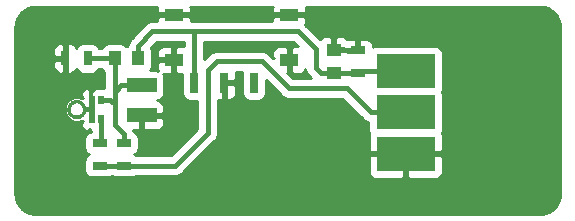
<source format=gbr>
G04 #@! TF.GenerationSoftware,KiCad,Pcbnew,(5.0.2-4-gb601aea34)*
G04 #@! TF.CreationDate,2019-09-30T13:15:35-05:00*
G04 #@! TF.ProjectId,mic switch,6d696320-7377-4697-9463-682e6b696361,rev?*
G04 #@! TF.SameCoordinates,Original*
G04 #@! TF.FileFunction,Copper,L1,Top*
G04 #@! TF.FilePolarity,Positive*
%FSLAX46Y46*%
G04 Gerber Fmt 4.6, Leading zero omitted, Abs format (unit mm)*
G04 Created by KiCad (PCBNEW (5.0.2-4-gb601aea34)) date Monday, September 30, 2019 at 01:15:35 PM*
%MOMM*%
%LPD*%
G01*
G04 APERTURE LIST*
G04 #@! TA.AperFunction,SMDPad,CuDef*
%ADD10R,0.522000X0.725000*%
G04 #@! TD*
G04 #@! TA.AperFunction,SMDPad,CuDef*
%ADD11C,0.250000*%
G04 #@! TD*
G04 #@! TA.AperFunction,Conductor*
%ADD12C,0.100000*%
G04 #@! TD*
G04 #@! TA.AperFunction,SMDPad,CuDef*
%ADD13R,2.540000X1.270000*%
G04 #@! TD*
G04 #@! TA.AperFunction,SMDPad,CuDef*
%ADD14R,1.549400X1.092200*%
G04 #@! TD*
G04 #@! TA.AperFunction,SMDPad,CuDef*
%ADD15R,0.711200X1.701800*%
G04 #@! TD*
G04 #@! TA.AperFunction,SMDPad,CuDef*
%ADD16R,1.000000X1.250000*%
G04 #@! TD*
G04 #@! TA.AperFunction,SMDPad,CuDef*
%ADD17R,1.250000X1.000000*%
G04 #@! TD*
G04 #@! TA.AperFunction,SMDPad,CuDef*
%ADD18R,0.700000X1.300000*%
G04 #@! TD*
G04 #@! TA.AperFunction,SMDPad,CuDef*
%ADD19R,1.300000X0.700000*%
G04 #@! TD*
G04 #@! TA.AperFunction,SMDPad,CuDef*
%ADD20R,5.000000X3.000000*%
G04 #@! TD*
G04 #@! TA.AperFunction,ViaPad*
%ADD21C,0.685800*%
G04 #@! TD*
G04 #@! TA.AperFunction,Conductor*
%ADD22C,0.457200*%
G04 #@! TD*
G04 #@! TA.AperFunction,Conductor*
%ADD23C,0.254000*%
G04 #@! TD*
G04 APERTURE END LIST*
D10*
G04 #@! TO.P,M1,1*
G04 #@! TO.N,Net-(C1-Pad2)*
X138838000Y-93142500D03*
G04 #@! TO.P,M1,2*
G04 #@! TO.N,GND*
X138016000Y-93142500D03*
G04 #@! TO.P,M1,4*
X138016000Y-94817500D03*
G04 #@! TO.P,M1,5*
G04 #@! TO.N,Net-(M1-Pad5)*
X138838000Y-94817500D03*
D11*
G04 #@! TO.P,M1,3*
G04 #@! TO.N,GND*
X137414000Y-93980000D03*
D12*
G04 #@! TD*
G04 #@! TO.N,GND*
G04 #@! TO.C,M1*
G36*
X137574105Y-94042334D02*
X137564156Y-94121089D01*
X137546570Y-94198497D01*
X137521513Y-94273820D01*
X137489226Y-94346338D01*
X137450016Y-94415359D01*
X137404259Y-94480225D01*
X137352390Y-94540316D01*
X137294904Y-94595058D01*
X137232351Y-94643930D01*
X137165328Y-94686465D01*
X137094474Y-94722256D01*
X137020465Y-94750962D01*
X136944008Y-94772309D01*
X136865833Y-94786093D01*
X136786686Y-94792183D01*
X136764000Y-94792500D01*
X136684714Y-94788622D01*
X136606185Y-94777026D01*
X136529162Y-94757822D01*
X136454380Y-94731194D01*
X136382554Y-94697395D01*
X136314369Y-94656749D01*
X136250476Y-94609642D01*
X136191485Y-94556526D01*
X136137958Y-94497907D01*
X136090407Y-94434344D01*
X136049286Y-94366445D01*
X136014986Y-94294856D01*
X135987836Y-94220263D01*
X135968095Y-94143376D01*
X135955951Y-94064929D01*
X135951520Y-93985672D01*
X135954844Y-93906361D01*
X135965892Y-93827753D01*
X135984557Y-93750598D01*
X136010663Y-93675632D01*
X136043960Y-93603572D01*
X136084129Y-93535105D01*
X136130788Y-93470884D01*
X136183491Y-93411524D01*
X136241735Y-93357589D01*
X136304964Y-93309595D01*
X136372575Y-93268001D01*
X136443922Y-93233203D01*
X136518324Y-93205533D01*
X136595072Y-93185255D01*
X136673431Y-93172564D01*
X136752656Y-93167579D01*
X136771156Y-93168225D01*
X136771156Y-93467550D01*
X136721115Y-93469297D01*
X136671484Y-93475920D01*
X136622736Y-93487353D01*
X136575336Y-93503490D01*
X136529737Y-93524174D01*
X136486375Y-93549210D01*
X136445662Y-93578357D01*
X136407988Y-93611338D01*
X136373712Y-93647839D01*
X136343161Y-93687509D01*
X136316627Y-93729972D01*
X136294364Y-93774821D01*
X136276584Y-93821629D01*
X136263455Y-93869948D01*
X136255105Y-93919318D01*
X136251612Y-93969267D01*
X136253010Y-94019319D01*
X136259286Y-94068995D01*
X136270379Y-94117821D01*
X136286184Y-94165333D01*
X136306550Y-94211075D01*
X136331282Y-94254611D01*
X136360144Y-94295527D01*
X136392862Y-94333430D01*
X136429122Y-94367960D01*
X136468578Y-94398787D01*
X136510855Y-94425616D01*
X136555547Y-94448192D01*
X136602230Y-94466299D01*
X136650456Y-94479764D01*
X136699767Y-94488459D01*
X136749690Y-94492300D01*
X136764000Y-94492500D01*
X136814011Y-94490054D01*
X136863545Y-94482740D01*
X136912129Y-94470626D01*
X136959299Y-94453830D01*
X137004604Y-94432511D01*
X137047613Y-94406872D01*
X137087915Y-94377159D01*
X137125125Y-94343655D01*
X137158888Y-94306680D01*
X137188882Y-94266586D01*
X137214820Y-94223757D01*
X137236455Y-94178602D01*
X137253580Y-94131550D01*
X137266032Y-94083052D01*
X137273692Y-94033571D01*
X137276488Y-93983578D01*
X137274391Y-93933551D01*
X137267422Y-93883967D01*
X137255648Y-93835300D01*
X137239182Y-93788014D01*
X137218179Y-93742561D01*
X137192842Y-93699374D01*
X137163411Y-93658866D01*
X137130167Y-93621423D01*
X137093429Y-93587402D01*
X137053546Y-93557129D01*
X137010899Y-93530893D01*
X136965895Y-93508943D01*
X136918965Y-93491490D01*
X136870555Y-93478699D01*
X136821128Y-93470694D01*
X136771156Y-93467550D01*
X136771156Y-93168225D01*
X136831988Y-93170350D01*
X136910672Y-93180848D01*
X136987955Y-93198975D01*
X137063101Y-93224557D01*
X137135392Y-93257349D01*
X137204138Y-93297040D01*
X137268683Y-93343249D01*
X137328410Y-93395536D01*
X137382750Y-93453403D01*
X137431184Y-93516295D01*
X137473249Y-93583614D01*
X137508545Y-93654716D01*
X137536733Y-93728924D01*
X137557546Y-93805528D01*
X137570784Y-93883797D01*
X137576322Y-93962984D01*
X137574105Y-94042334D01*
X137574105Y-94042334D01*
G37*
D13*
G04 #@! TO.P,J2,2*
G04 #@! TO.N,Net-(C1-Pad2)*
X142240000Y-91948000D03*
G04 #@! TO.P,J2,1*
G04 #@! TO.N,GND*
X142240000Y-94488000D03*
G04 #@! TD*
D14*
G04 #@! TO.P,SW1,4*
G04 #@! TO.N,GND*
X144983200Y-89789000D03*
D15*
G04 #@! TO.P,SW1,1*
G04 #@! TO.N,Net-(C1-Pad1)*
X146685000Y-91732100D03*
G04 #@! TO.P,SW1,2*
G04 #@! TO.N,GND*
X149225000Y-91732100D03*
G04 #@! TO.P,SW1,3*
G04 #@! TO.N,N/C*
X151765000Y-91732100D03*
D14*
G04 #@! TO.P,SW1,4*
G04 #@! TO.N,GND*
X144983200Y-85979000D03*
X154736800Y-89789000D03*
X154736800Y-85979000D03*
G04 #@! TD*
D16*
G04 #@! TO.P,C1,2*
G04 #@! TO.N,Net-(C1-Pad2)*
X139954000Y-89662000D03*
G04 #@! TO.P,C1,1*
G04 #@! TO.N,Net-(C1-Pad1)*
X141954000Y-89662000D03*
G04 #@! TD*
D17*
G04 #@! TO.P,C2,1*
G04 #@! TO.N,Net-(C1-Pad1)*
X158496000Y-90916000D03*
G04 #@! TO.P,C2,2*
G04 #@! TO.N,GND*
X158496000Y-88916000D03*
G04 #@! TD*
D18*
G04 #@! TO.P,R1,2*
G04 #@! TO.N,GND*
X135768000Y-89662000D03*
G04 #@! TO.P,R1,1*
G04 #@! TO.N,Net-(C1-Pad2)*
X137668000Y-89662000D03*
G04 #@! TD*
D19*
G04 #@! TO.P,R2,1*
G04 #@! TO.N,Net-(C1-Pad1)*
X160528000Y-90866000D03*
G04 #@! TO.P,R2,2*
G04 #@! TO.N,GND*
X160528000Y-88966000D03*
G04 #@! TD*
G04 #@! TO.P,R3,2*
G04 #@! TO.N,Net-(M1-Pad5)*
X138684000Y-96840000D03*
G04 #@! TO.P,R3,1*
G04 #@! TO.N,+5V*
X138684000Y-98740000D03*
G04 #@! TD*
D20*
G04 #@! TO.P,J1,3*
G04 #@! TO.N,Net-(C1-Pad1)*
X164592000Y-90734000D03*
G04 #@! TO.P,J1,2*
G04 #@! TO.N,+5V*
X164592000Y-94234000D03*
G04 #@! TO.P,J1,1*
G04 #@! TO.N,GND*
X164592000Y-97734000D03*
G04 #@! TD*
D19*
G04 #@! TO.P,R4,2*
G04 #@! TO.N,Net-(C1-Pad2)*
X140716000Y-96840000D03*
G04 #@! TO.P,R4,1*
G04 #@! TO.N,+5V*
X140716000Y-98740000D03*
G04 #@! TD*
D21*
G04 #@! TO.N,GND*
X169926000Y-94234000D03*
G04 #@! TD*
D22*
G04 #@! TO.N,Net-(C1-Pad2)*
X139954000Y-89662000D02*
X137668000Y-89662000D01*
X139556200Y-93142500D02*
X139954000Y-93540300D01*
X138838000Y-93142500D02*
X139556200Y-93142500D01*
X140716000Y-96032800D02*
X140716000Y-96840000D01*
X139954000Y-95270800D02*
X140716000Y-96032800D01*
X139954000Y-93540300D02*
X139954000Y-95270800D01*
X140512800Y-91948000D02*
X139954000Y-92506800D01*
X142240000Y-91948000D02*
X140512800Y-91948000D01*
X139954000Y-93218000D02*
X139954000Y-93540300D01*
X139954000Y-89662000D02*
X139954000Y-92710000D01*
X139954000Y-92710000D02*
X139954000Y-93218000D01*
X139954000Y-92506800D02*
X139954000Y-92710000D01*
G04 #@! TO.N,Net-(C1-Pad1)*
X160660000Y-90734000D02*
X160528000Y-90866000D01*
X164592000Y-90734000D02*
X160660000Y-90734000D01*
X157413800Y-90916000D02*
X158496000Y-90916000D01*
X156972000Y-90474200D02*
X157413800Y-90916000D01*
X156972000Y-88900000D02*
X156972000Y-90474200D01*
X141954000Y-88579800D02*
X143157800Y-87376000D01*
X155448000Y-87376000D02*
X156972000Y-88900000D01*
X141954000Y-89662000D02*
X141954000Y-88579800D01*
X146685000Y-87503000D02*
X146558000Y-87376000D01*
X146558000Y-87376000D02*
X155448000Y-87376000D01*
X146685000Y-91732100D02*
X146685000Y-87503000D01*
X143157800Y-87376000D02*
X146558000Y-87376000D01*
X158546000Y-90866000D02*
X158496000Y-90916000D01*
X160528000Y-90866000D02*
X158546000Y-90866000D01*
G04 #@! TO.N,Net-(M1-Pad5)*
X138838000Y-96686000D02*
X138684000Y-96840000D01*
X138838000Y-94817500D02*
X138838000Y-96686000D01*
G04 #@! TO.N,GND*
X138016000Y-93142500D02*
X138016000Y-94817500D01*
X137998200Y-93980000D02*
X137545001Y-93980000D01*
X138016000Y-93962200D02*
X137998200Y-93980000D01*
X138016000Y-93142500D02*
X138016000Y-93962200D01*
G04 #@! TO.N,+5V*
X140716000Y-98740000D02*
X138684000Y-98740000D01*
X161634800Y-94234000D02*
X159602800Y-92202000D01*
X164592000Y-94234000D02*
X161634800Y-94234000D01*
X159602800Y-92202000D02*
X154686000Y-92202000D01*
X154686000Y-92202000D02*
X152400000Y-89916000D01*
X152400000Y-89916000D02*
X148590000Y-89916000D01*
X148590000Y-89916000D02*
X147828000Y-90678000D01*
X147828000Y-90678000D02*
X147828000Y-96012000D01*
X145100000Y-98740000D02*
X140716000Y-98740000D01*
X147828000Y-96012000D02*
X145100000Y-98740000D01*
G04 #@! TD*
D23*
G04 #@! TO.N,GND*
G36*
X143573500Y-85306591D02*
X143573500Y-85693250D01*
X143732250Y-85852000D01*
X144856200Y-85852000D01*
X144856200Y-85832000D01*
X145110200Y-85832000D01*
X145110200Y-85852000D01*
X146234150Y-85852000D01*
X146392900Y-85693250D01*
X146392900Y-85306591D01*
X146379676Y-85274666D01*
X153340324Y-85274666D01*
X153327100Y-85306591D01*
X153327100Y-85693250D01*
X153485850Y-85852000D01*
X154609800Y-85852000D01*
X154609800Y-85832000D01*
X154863800Y-85832000D01*
X154863800Y-85852000D01*
X155987750Y-85852000D01*
X156146500Y-85693250D01*
X156146500Y-85306591D01*
X156133276Y-85274666D01*
X175517707Y-85274666D01*
X175615024Y-85274750D01*
X175724364Y-85275998D01*
X175843271Y-85280003D01*
X175970104Y-85288265D01*
X176102355Y-85302154D01*
X176236946Y-85322847D01*
X176370670Y-85351257D01*
X176500405Y-85387987D01*
X176623649Y-85433424D01*
X176742257Y-85489408D01*
X176859923Y-85558135D01*
X176976177Y-85639577D01*
X177088465Y-85732260D01*
X177194433Y-85834406D01*
X177291901Y-85943946D01*
X177378949Y-86058612D01*
X177453927Y-86175907D01*
X177515853Y-86293764D01*
X177566012Y-86414275D01*
X177606837Y-86541027D01*
X177639191Y-86673233D01*
X177663492Y-86807804D01*
X177680515Y-86941570D01*
X177691318Y-87071382D01*
X177697185Y-87194349D01*
X177699564Y-87308423D01*
X177700000Y-87411912D01*
X177700000Y-90510628D01*
X177700001Y-91415911D01*
X177700000Y-91415915D01*
X177700001Y-92410669D01*
X177700000Y-92410673D01*
X177700001Y-93459108D01*
X177700000Y-93459112D01*
X177700001Y-94525442D01*
X177700000Y-94525446D01*
X177700001Y-95573882D01*
X177700000Y-95573886D01*
X177700001Y-96568640D01*
X177700000Y-96568644D01*
X177700001Y-97473927D01*
X177700000Y-97473931D01*
X177700000Y-100717421D01*
X177699564Y-100820910D01*
X177697185Y-100934984D01*
X177691318Y-101057950D01*
X177680515Y-101187762D01*
X177663492Y-101321530D01*
X177639191Y-101456100D01*
X177606837Y-101588306D01*
X177566011Y-101715061D01*
X177515855Y-101835564D01*
X177453927Y-101953425D01*
X177378949Y-102070720D01*
X177291901Y-102185387D01*
X177194433Y-102294927D01*
X177088470Y-102397068D01*
X176976177Y-102489755D01*
X176859919Y-102571201D01*
X176742256Y-102639924D01*
X176623650Y-102695909D01*
X176500405Y-102741346D01*
X176370670Y-102778076D01*
X176236946Y-102806486D01*
X176102355Y-102827179D01*
X175970111Y-102841068D01*
X175843254Y-102849330D01*
X175724375Y-102853335D01*
X175614987Y-102854583D01*
X175518405Y-102854666D01*
X133730820Y-102854666D01*
X133634092Y-102854597D01*
X133525217Y-102853428D01*
X133406658Y-102849561D01*
X133280082Y-102841497D01*
X133148009Y-102827859D01*
X133013447Y-102807457D01*
X132879617Y-102779367D01*
X132749667Y-102742978D01*
X132626173Y-102697913D01*
X132507451Y-102642397D01*
X132389775Y-102574200D01*
X132273415Y-102493240D01*
X132160917Y-102400971D01*
X132054655Y-102299168D01*
X131956810Y-102189882D01*
X131869319Y-102075385D01*
X131793821Y-101958130D01*
X131731382Y-101840301D01*
X131680802Y-101719979D01*
X131639631Y-101593498D01*
X131606946Y-101461459D01*
X131582333Y-101326910D01*
X131565040Y-101193064D01*
X131554013Y-101063054D01*
X131547973Y-100939742D01*
X131545483Y-100825280D01*
X131545001Y-100721259D01*
X131545000Y-100633191D01*
X131545000Y-93774126D01*
X135729000Y-93774126D01*
X135729000Y-94185874D01*
X135886569Y-94566280D01*
X136177720Y-94857431D01*
X136558126Y-95015000D01*
X136969874Y-95015000D01*
X137140072Y-94944502D01*
X137278748Y-94944502D01*
X137120000Y-95103250D01*
X137120000Y-95306309D01*
X137216673Y-95539698D01*
X137395301Y-95718327D01*
X137628690Y-95815000D01*
X137730250Y-95815000D01*
X137888998Y-95656252D01*
X137888998Y-95815000D01*
X137974401Y-95815000D01*
X137974401Y-95854415D01*
X137786235Y-95891843D01*
X137576191Y-96032191D01*
X137435843Y-96242235D01*
X137386560Y-96490000D01*
X137386560Y-97190000D01*
X137435843Y-97437765D01*
X137576191Y-97647809D01*
X137786235Y-97788157D01*
X137795500Y-97790000D01*
X137786235Y-97791843D01*
X137576191Y-97932191D01*
X137435843Y-98142235D01*
X137386560Y-98390000D01*
X137386560Y-99090000D01*
X137435843Y-99337765D01*
X137576191Y-99547809D01*
X137786235Y-99688157D01*
X138034000Y-99737440D01*
X139334000Y-99737440D01*
X139581765Y-99688157D01*
X139700000Y-99609154D01*
X139818235Y-99688157D01*
X140066000Y-99737440D01*
X141366000Y-99737440D01*
X141613765Y-99688157D01*
X141740313Y-99603600D01*
X145014951Y-99603600D01*
X145100000Y-99620517D01*
X145185049Y-99603600D01*
X145185053Y-99603600D01*
X145436960Y-99553493D01*
X145722620Y-99362620D01*
X145770802Y-99290511D01*
X147041563Y-98019750D01*
X161457000Y-98019750D01*
X161457000Y-99360310D01*
X161553673Y-99593699D01*
X161732302Y-99772327D01*
X161965691Y-99869000D01*
X164306250Y-99869000D01*
X164465000Y-99710250D01*
X164465000Y-97861000D01*
X164719000Y-97861000D01*
X164719000Y-99710250D01*
X164877750Y-99869000D01*
X167218309Y-99869000D01*
X167451698Y-99772327D01*
X167630327Y-99593699D01*
X167727000Y-99360310D01*
X167727000Y-98019750D01*
X167568250Y-97861000D01*
X164719000Y-97861000D01*
X164465000Y-97861000D01*
X161615750Y-97861000D01*
X161457000Y-98019750D01*
X147041563Y-98019750D01*
X148378517Y-96682798D01*
X148450620Y-96634620D01*
X148520304Y-96530332D01*
X148641493Y-96348960D01*
X148648062Y-96315937D01*
X148691600Y-96097053D01*
X148691600Y-96097049D01*
X148708517Y-96012000D01*
X148691600Y-95926951D01*
X148691600Y-93196672D01*
X148743090Y-93218000D01*
X148939250Y-93218000D01*
X149098000Y-93059250D01*
X149098000Y-91859100D01*
X149352000Y-91859100D01*
X149352000Y-93059250D01*
X149510750Y-93218000D01*
X149706910Y-93218000D01*
X149940299Y-93121327D01*
X150118927Y-92942698D01*
X150215600Y-92709309D01*
X150215600Y-92017850D01*
X150056850Y-91859100D01*
X149352000Y-91859100D01*
X149098000Y-91859100D01*
X149078000Y-91859100D01*
X149078000Y-91605100D01*
X149098000Y-91605100D01*
X149098000Y-91585100D01*
X149352000Y-91585100D01*
X149352000Y-91605100D01*
X150056850Y-91605100D01*
X150215600Y-91446350D01*
X150215600Y-90779600D01*
X150782169Y-90779600D01*
X150761960Y-90881200D01*
X150761960Y-92583000D01*
X150811243Y-92830765D01*
X150951591Y-93040809D01*
X151161635Y-93181157D01*
X151409400Y-93230440D01*
X152120600Y-93230440D01*
X152368365Y-93181157D01*
X152578409Y-93040809D01*
X152718757Y-92830765D01*
X152768040Y-92583000D01*
X152768040Y-91505354D01*
X154015202Y-92752517D01*
X154063380Y-92824620D01*
X154349040Y-93015493D01*
X154600947Y-93065600D01*
X154600951Y-93065600D01*
X154685999Y-93082517D01*
X154771047Y-93065600D01*
X159245087Y-93065600D01*
X160964000Y-94784514D01*
X161012180Y-94856620D01*
X161297840Y-95047493D01*
X161444560Y-95076677D01*
X161444560Y-95734000D01*
X161493843Y-95981765D01*
X161503298Y-95995916D01*
X161457000Y-96107690D01*
X161457000Y-97448250D01*
X161615750Y-97607000D01*
X164465000Y-97607000D01*
X164465000Y-97587000D01*
X164719000Y-97587000D01*
X164719000Y-97607000D01*
X167568250Y-97607000D01*
X167727000Y-97448250D01*
X167727000Y-96107690D01*
X167680702Y-95995916D01*
X167690157Y-95981765D01*
X167739440Y-95734000D01*
X167739440Y-92734000D01*
X167690157Y-92486235D01*
X167688664Y-92484000D01*
X167690157Y-92481765D01*
X167739440Y-92234000D01*
X167739440Y-89234000D01*
X167690157Y-88986235D01*
X167549809Y-88776191D01*
X167339765Y-88635843D01*
X167092000Y-88586560D01*
X162092000Y-88586560D01*
X161844235Y-88635843D01*
X161813000Y-88656714D01*
X161813000Y-88489691D01*
X161716327Y-88256302D01*
X161537699Y-88077673D01*
X161304310Y-87981000D01*
X160813750Y-87981000D01*
X160655000Y-88139750D01*
X160655000Y-88839000D01*
X160675000Y-88839000D01*
X160675000Y-89093000D01*
X160655000Y-89093000D01*
X160655000Y-89113000D01*
X160401000Y-89113000D01*
X160401000Y-89093000D01*
X159647250Y-89093000D01*
X159597250Y-89043000D01*
X158623000Y-89043000D01*
X158623000Y-89063000D01*
X158369000Y-89063000D01*
X158369000Y-89043000D01*
X158349000Y-89043000D01*
X158349000Y-88789000D01*
X158369000Y-88789000D01*
X158369000Y-87939750D01*
X158623000Y-87939750D01*
X158623000Y-88789000D01*
X159351750Y-88789000D01*
X159401750Y-88839000D01*
X160401000Y-88839000D01*
X160401000Y-88139750D01*
X160242250Y-87981000D01*
X159751690Y-87981000D01*
X159633133Y-88030108D01*
X159480699Y-87877673D01*
X159247310Y-87781000D01*
X158781750Y-87781000D01*
X158623000Y-87939750D01*
X158369000Y-87939750D01*
X158210250Y-87781000D01*
X157744690Y-87781000D01*
X157511301Y-87877673D01*
X157341145Y-88047830D01*
X156118802Y-86825488D01*
X156091388Y-86784461D01*
X156146500Y-86651409D01*
X156146500Y-86264750D01*
X155987750Y-86106000D01*
X154863800Y-86106000D01*
X154863800Y-86126000D01*
X154609800Y-86126000D01*
X154609800Y-86106000D01*
X153485850Y-86106000D01*
X153327100Y-86264750D01*
X153327100Y-86512400D01*
X146643049Y-86512400D01*
X146558000Y-86495483D01*
X146472951Y-86512400D01*
X146392900Y-86512400D01*
X146392900Y-86264750D01*
X146234150Y-86106000D01*
X145110200Y-86106000D01*
X145110200Y-86126000D01*
X144856200Y-86126000D01*
X144856200Y-86106000D01*
X143732250Y-86106000D01*
X143573500Y-86264750D01*
X143573500Y-86512400D01*
X143242847Y-86512400D01*
X143157799Y-86495483D01*
X143072751Y-86512400D01*
X143072747Y-86512400D01*
X142820840Y-86562507D01*
X142535180Y-86753380D01*
X142487002Y-86825483D01*
X141403486Y-87909000D01*
X141331381Y-87957180D01*
X141235896Y-88100083D01*
X141140507Y-88242841D01*
X141085470Y-88519536D01*
X140996191Y-88579191D01*
X140954000Y-88642334D01*
X140911809Y-88579191D01*
X140701765Y-88438843D01*
X140454000Y-88389560D01*
X139454000Y-88389560D01*
X139206235Y-88438843D01*
X138996191Y-88579191D01*
X138855843Y-88789235D01*
X138854020Y-88798400D01*
X138622953Y-88798400D01*
X138616157Y-88764235D01*
X138475809Y-88554191D01*
X138265765Y-88413843D01*
X138018000Y-88364560D01*
X137318000Y-88364560D01*
X137070235Y-88413843D01*
X136860191Y-88554191D01*
X136719843Y-88764235D01*
X136714279Y-88792209D01*
X136656327Y-88652301D01*
X136477698Y-88473673D01*
X136244309Y-88377000D01*
X136053750Y-88377000D01*
X135895000Y-88535750D01*
X135895000Y-89535000D01*
X135915000Y-89535000D01*
X135915000Y-89789000D01*
X135895000Y-89789000D01*
X135895000Y-90788250D01*
X136053750Y-90947000D01*
X136244309Y-90947000D01*
X136477698Y-90850327D01*
X136656327Y-90671699D01*
X136714279Y-90531791D01*
X136719843Y-90559765D01*
X136860191Y-90769809D01*
X137070235Y-90910157D01*
X137318000Y-90959440D01*
X138018000Y-90959440D01*
X138265765Y-90910157D01*
X138475809Y-90769809D01*
X138616157Y-90559765D01*
X138622953Y-90525600D01*
X138854020Y-90525600D01*
X138855843Y-90534765D01*
X138996191Y-90744809D01*
X139090400Y-90807758D01*
X139090401Y-92132560D01*
X138577000Y-92132560D01*
X138439369Y-92159936D01*
X138403310Y-92145000D01*
X138301750Y-92145000D01*
X138143000Y-92303750D01*
X138143000Y-92306282D01*
X138119191Y-92322191D01*
X137978843Y-92532235D01*
X137929560Y-92780000D01*
X137929560Y-93505000D01*
X137978843Y-93752765D01*
X138119191Y-93962809D01*
X138143000Y-93978718D01*
X138143000Y-93981282D01*
X138119191Y-93997191D01*
X137978843Y-94207235D01*
X137929560Y-94455000D01*
X137929560Y-94964500D01*
X137889000Y-94964500D01*
X137889000Y-94944500D01*
X137869000Y-94944500D01*
X137869000Y-94690500D01*
X137889000Y-94690500D01*
X137889000Y-93269500D01*
X137869000Y-93269500D01*
X137869000Y-93015500D01*
X137889000Y-93015500D01*
X137889000Y-92303750D01*
X137730250Y-92145000D01*
X137628690Y-92145000D01*
X137395301Y-92241673D01*
X137216673Y-92420302D01*
X137120000Y-92653691D01*
X137120000Y-92856750D01*
X137278748Y-93015498D01*
X137140072Y-93015498D01*
X136969874Y-92945000D01*
X136558126Y-92945000D01*
X136177720Y-93102569D01*
X135886569Y-93393720D01*
X135729000Y-93774126D01*
X131545000Y-93774126D01*
X131545000Y-89947750D01*
X134783000Y-89947750D01*
X134783000Y-90438310D01*
X134879673Y-90671699D01*
X135058302Y-90850327D01*
X135291691Y-90947000D01*
X135482250Y-90947000D01*
X135641000Y-90788250D01*
X135641000Y-89789000D01*
X134941750Y-89789000D01*
X134783000Y-89947750D01*
X131545000Y-89947750D01*
X131545000Y-88885690D01*
X134783000Y-88885690D01*
X134783000Y-89376250D01*
X134941750Y-89535000D01*
X135641000Y-89535000D01*
X135641000Y-88535750D01*
X135482250Y-88377000D01*
X135291691Y-88377000D01*
X135058302Y-88473673D01*
X134879673Y-88652301D01*
X134783000Y-88885690D01*
X131545000Y-88885690D01*
X131545000Y-87457223D01*
X131545001Y-87408072D01*
X131545483Y-87304053D01*
X131547973Y-87189591D01*
X131554013Y-87066278D01*
X131565040Y-86936271D01*
X131582333Y-86802421D01*
X131606944Y-86667880D01*
X131639633Y-86535829D01*
X131680801Y-86409355D01*
X131731382Y-86289032D01*
X131793823Y-86171199D01*
X131869314Y-86053954D01*
X131956812Y-85939449D01*
X132054655Y-85830165D01*
X132160919Y-85728361D01*
X132273415Y-85636091D01*
X132389769Y-85555136D01*
X132507454Y-85486934D01*
X132626168Y-85431421D01*
X132749666Y-85386355D01*
X132879617Y-85349966D01*
X133013447Y-85321876D01*
X133148009Y-85301474D01*
X133280089Y-85287835D01*
X133406662Y-85279770D01*
X133525216Y-85275905D01*
X133634085Y-85274736D01*
X133730678Y-85274666D01*
X143586724Y-85274666D01*
X143573500Y-85306591D01*
X143573500Y-85306591D01*
G37*
X143573500Y-85306591D02*
X143573500Y-85693250D01*
X143732250Y-85852000D01*
X144856200Y-85852000D01*
X144856200Y-85832000D01*
X145110200Y-85832000D01*
X145110200Y-85852000D01*
X146234150Y-85852000D01*
X146392900Y-85693250D01*
X146392900Y-85306591D01*
X146379676Y-85274666D01*
X153340324Y-85274666D01*
X153327100Y-85306591D01*
X153327100Y-85693250D01*
X153485850Y-85852000D01*
X154609800Y-85852000D01*
X154609800Y-85832000D01*
X154863800Y-85832000D01*
X154863800Y-85852000D01*
X155987750Y-85852000D01*
X156146500Y-85693250D01*
X156146500Y-85306591D01*
X156133276Y-85274666D01*
X175517707Y-85274666D01*
X175615024Y-85274750D01*
X175724364Y-85275998D01*
X175843271Y-85280003D01*
X175970104Y-85288265D01*
X176102355Y-85302154D01*
X176236946Y-85322847D01*
X176370670Y-85351257D01*
X176500405Y-85387987D01*
X176623649Y-85433424D01*
X176742257Y-85489408D01*
X176859923Y-85558135D01*
X176976177Y-85639577D01*
X177088465Y-85732260D01*
X177194433Y-85834406D01*
X177291901Y-85943946D01*
X177378949Y-86058612D01*
X177453927Y-86175907D01*
X177515853Y-86293764D01*
X177566012Y-86414275D01*
X177606837Y-86541027D01*
X177639191Y-86673233D01*
X177663492Y-86807804D01*
X177680515Y-86941570D01*
X177691318Y-87071382D01*
X177697185Y-87194349D01*
X177699564Y-87308423D01*
X177700000Y-87411912D01*
X177700000Y-90510628D01*
X177700001Y-91415911D01*
X177700000Y-91415915D01*
X177700001Y-92410669D01*
X177700000Y-92410673D01*
X177700001Y-93459108D01*
X177700000Y-93459112D01*
X177700001Y-94525442D01*
X177700000Y-94525446D01*
X177700001Y-95573882D01*
X177700000Y-95573886D01*
X177700001Y-96568640D01*
X177700000Y-96568644D01*
X177700001Y-97473927D01*
X177700000Y-97473931D01*
X177700000Y-100717421D01*
X177699564Y-100820910D01*
X177697185Y-100934984D01*
X177691318Y-101057950D01*
X177680515Y-101187762D01*
X177663492Y-101321530D01*
X177639191Y-101456100D01*
X177606837Y-101588306D01*
X177566011Y-101715061D01*
X177515855Y-101835564D01*
X177453927Y-101953425D01*
X177378949Y-102070720D01*
X177291901Y-102185387D01*
X177194433Y-102294927D01*
X177088470Y-102397068D01*
X176976177Y-102489755D01*
X176859919Y-102571201D01*
X176742256Y-102639924D01*
X176623650Y-102695909D01*
X176500405Y-102741346D01*
X176370670Y-102778076D01*
X176236946Y-102806486D01*
X176102355Y-102827179D01*
X175970111Y-102841068D01*
X175843254Y-102849330D01*
X175724375Y-102853335D01*
X175614987Y-102854583D01*
X175518405Y-102854666D01*
X133730820Y-102854666D01*
X133634092Y-102854597D01*
X133525217Y-102853428D01*
X133406658Y-102849561D01*
X133280082Y-102841497D01*
X133148009Y-102827859D01*
X133013447Y-102807457D01*
X132879617Y-102779367D01*
X132749667Y-102742978D01*
X132626173Y-102697913D01*
X132507451Y-102642397D01*
X132389775Y-102574200D01*
X132273415Y-102493240D01*
X132160917Y-102400971D01*
X132054655Y-102299168D01*
X131956810Y-102189882D01*
X131869319Y-102075385D01*
X131793821Y-101958130D01*
X131731382Y-101840301D01*
X131680802Y-101719979D01*
X131639631Y-101593498D01*
X131606946Y-101461459D01*
X131582333Y-101326910D01*
X131565040Y-101193064D01*
X131554013Y-101063054D01*
X131547973Y-100939742D01*
X131545483Y-100825280D01*
X131545001Y-100721259D01*
X131545000Y-100633191D01*
X131545000Y-93774126D01*
X135729000Y-93774126D01*
X135729000Y-94185874D01*
X135886569Y-94566280D01*
X136177720Y-94857431D01*
X136558126Y-95015000D01*
X136969874Y-95015000D01*
X137140072Y-94944502D01*
X137278748Y-94944502D01*
X137120000Y-95103250D01*
X137120000Y-95306309D01*
X137216673Y-95539698D01*
X137395301Y-95718327D01*
X137628690Y-95815000D01*
X137730250Y-95815000D01*
X137888998Y-95656252D01*
X137888998Y-95815000D01*
X137974401Y-95815000D01*
X137974401Y-95854415D01*
X137786235Y-95891843D01*
X137576191Y-96032191D01*
X137435843Y-96242235D01*
X137386560Y-96490000D01*
X137386560Y-97190000D01*
X137435843Y-97437765D01*
X137576191Y-97647809D01*
X137786235Y-97788157D01*
X137795500Y-97790000D01*
X137786235Y-97791843D01*
X137576191Y-97932191D01*
X137435843Y-98142235D01*
X137386560Y-98390000D01*
X137386560Y-99090000D01*
X137435843Y-99337765D01*
X137576191Y-99547809D01*
X137786235Y-99688157D01*
X138034000Y-99737440D01*
X139334000Y-99737440D01*
X139581765Y-99688157D01*
X139700000Y-99609154D01*
X139818235Y-99688157D01*
X140066000Y-99737440D01*
X141366000Y-99737440D01*
X141613765Y-99688157D01*
X141740313Y-99603600D01*
X145014951Y-99603600D01*
X145100000Y-99620517D01*
X145185049Y-99603600D01*
X145185053Y-99603600D01*
X145436960Y-99553493D01*
X145722620Y-99362620D01*
X145770802Y-99290511D01*
X147041563Y-98019750D01*
X161457000Y-98019750D01*
X161457000Y-99360310D01*
X161553673Y-99593699D01*
X161732302Y-99772327D01*
X161965691Y-99869000D01*
X164306250Y-99869000D01*
X164465000Y-99710250D01*
X164465000Y-97861000D01*
X164719000Y-97861000D01*
X164719000Y-99710250D01*
X164877750Y-99869000D01*
X167218309Y-99869000D01*
X167451698Y-99772327D01*
X167630327Y-99593699D01*
X167727000Y-99360310D01*
X167727000Y-98019750D01*
X167568250Y-97861000D01*
X164719000Y-97861000D01*
X164465000Y-97861000D01*
X161615750Y-97861000D01*
X161457000Y-98019750D01*
X147041563Y-98019750D01*
X148378517Y-96682798D01*
X148450620Y-96634620D01*
X148520304Y-96530332D01*
X148641493Y-96348960D01*
X148648062Y-96315937D01*
X148691600Y-96097053D01*
X148691600Y-96097049D01*
X148708517Y-96012000D01*
X148691600Y-95926951D01*
X148691600Y-93196672D01*
X148743090Y-93218000D01*
X148939250Y-93218000D01*
X149098000Y-93059250D01*
X149098000Y-91859100D01*
X149352000Y-91859100D01*
X149352000Y-93059250D01*
X149510750Y-93218000D01*
X149706910Y-93218000D01*
X149940299Y-93121327D01*
X150118927Y-92942698D01*
X150215600Y-92709309D01*
X150215600Y-92017850D01*
X150056850Y-91859100D01*
X149352000Y-91859100D01*
X149098000Y-91859100D01*
X149078000Y-91859100D01*
X149078000Y-91605100D01*
X149098000Y-91605100D01*
X149098000Y-91585100D01*
X149352000Y-91585100D01*
X149352000Y-91605100D01*
X150056850Y-91605100D01*
X150215600Y-91446350D01*
X150215600Y-90779600D01*
X150782169Y-90779600D01*
X150761960Y-90881200D01*
X150761960Y-92583000D01*
X150811243Y-92830765D01*
X150951591Y-93040809D01*
X151161635Y-93181157D01*
X151409400Y-93230440D01*
X152120600Y-93230440D01*
X152368365Y-93181157D01*
X152578409Y-93040809D01*
X152718757Y-92830765D01*
X152768040Y-92583000D01*
X152768040Y-91505354D01*
X154015202Y-92752517D01*
X154063380Y-92824620D01*
X154349040Y-93015493D01*
X154600947Y-93065600D01*
X154600951Y-93065600D01*
X154685999Y-93082517D01*
X154771047Y-93065600D01*
X159245087Y-93065600D01*
X160964000Y-94784514D01*
X161012180Y-94856620D01*
X161297840Y-95047493D01*
X161444560Y-95076677D01*
X161444560Y-95734000D01*
X161493843Y-95981765D01*
X161503298Y-95995916D01*
X161457000Y-96107690D01*
X161457000Y-97448250D01*
X161615750Y-97607000D01*
X164465000Y-97607000D01*
X164465000Y-97587000D01*
X164719000Y-97587000D01*
X164719000Y-97607000D01*
X167568250Y-97607000D01*
X167727000Y-97448250D01*
X167727000Y-96107690D01*
X167680702Y-95995916D01*
X167690157Y-95981765D01*
X167739440Y-95734000D01*
X167739440Y-92734000D01*
X167690157Y-92486235D01*
X167688664Y-92484000D01*
X167690157Y-92481765D01*
X167739440Y-92234000D01*
X167739440Y-89234000D01*
X167690157Y-88986235D01*
X167549809Y-88776191D01*
X167339765Y-88635843D01*
X167092000Y-88586560D01*
X162092000Y-88586560D01*
X161844235Y-88635843D01*
X161813000Y-88656714D01*
X161813000Y-88489691D01*
X161716327Y-88256302D01*
X161537699Y-88077673D01*
X161304310Y-87981000D01*
X160813750Y-87981000D01*
X160655000Y-88139750D01*
X160655000Y-88839000D01*
X160675000Y-88839000D01*
X160675000Y-89093000D01*
X160655000Y-89093000D01*
X160655000Y-89113000D01*
X160401000Y-89113000D01*
X160401000Y-89093000D01*
X159647250Y-89093000D01*
X159597250Y-89043000D01*
X158623000Y-89043000D01*
X158623000Y-89063000D01*
X158369000Y-89063000D01*
X158369000Y-89043000D01*
X158349000Y-89043000D01*
X158349000Y-88789000D01*
X158369000Y-88789000D01*
X158369000Y-87939750D01*
X158623000Y-87939750D01*
X158623000Y-88789000D01*
X159351750Y-88789000D01*
X159401750Y-88839000D01*
X160401000Y-88839000D01*
X160401000Y-88139750D01*
X160242250Y-87981000D01*
X159751690Y-87981000D01*
X159633133Y-88030108D01*
X159480699Y-87877673D01*
X159247310Y-87781000D01*
X158781750Y-87781000D01*
X158623000Y-87939750D01*
X158369000Y-87939750D01*
X158210250Y-87781000D01*
X157744690Y-87781000D01*
X157511301Y-87877673D01*
X157341145Y-88047830D01*
X156118802Y-86825488D01*
X156091388Y-86784461D01*
X156146500Y-86651409D01*
X156146500Y-86264750D01*
X155987750Y-86106000D01*
X154863800Y-86106000D01*
X154863800Y-86126000D01*
X154609800Y-86126000D01*
X154609800Y-86106000D01*
X153485850Y-86106000D01*
X153327100Y-86264750D01*
X153327100Y-86512400D01*
X146643049Y-86512400D01*
X146558000Y-86495483D01*
X146472951Y-86512400D01*
X146392900Y-86512400D01*
X146392900Y-86264750D01*
X146234150Y-86106000D01*
X145110200Y-86106000D01*
X145110200Y-86126000D01*
X144856200Y-86126000D01*
X144856200Y-86106000D01*
X143732250Y-86106000D01*
X143573500Y-86264750D01*
X143573500Y-86512400D01*
X143242847Y-86512400D01*
X143157799Y-86495483D01*
X143072751Y-86512400D01*
X143072747Y-86512400D01*
X142820840Y-86562507D01*
X142535180Y-86753380D01*
X142487002Y-86825483D01*
X141403486Y-87909000D01*
X141331381Y-87957180D01*
X141235896Y-88100083D01*
X141140507Y-88242841D01*
X141085470Y-88519536D01*
X140996191Y-88579191D01*
X140954000Y-88642334D01*
X140911809Y-88579191D01*
X140701765Y-88438843D01*
X140454000Y-88389560D01*
X139454000Y-88389560D01*
X139206235Y-88438843D01*
X138996191Y-88579191D01*
X138855843Y-88789235D01*
X138854020Y-88798400D01*
X138622953Y-88798400D01*
X138616157Y-88764235D01*
X138475809Y-88554191D01*
X138265765Y-88413843D01*
X138018000Y-88364560D01*
X137318000Y-88364560D01*
X137070235Y-88413843D01*
X136860191Y-88554191D01*
X136719843Y-88764235D01*
X136714279Y-88792209D01*
X136656327Y-88652301D01*
X136477698Y-88473673D01*
X136244309Y-88377000D01*
X136053750Y-88377000D01*
X135895000Y-88535750D01*
X135895000Y-89535000D01*
X135915000Y-89535000D01*
X135915000Y-89789000D01*
X135895000Y-89789000D01*
X135895000Y-90788250D01*
X136053750Y-90947000D01*
X136244309Y-90947000D01*
X136477698Y-90850327D01*
X136656327Y-90671699D01*
X136714279Y-90531791D01*
X136719843Y-90559765D01*
X136860191Y-90769809D01*
X137070235Y-90910157D01*
X137318000Y-90959440D01*
X138018000Y-90959440D01*
X138265765Y-90910157D01*
X138475809Y-90769809D01*
X138616157Y-90559765D01*
X138622953Y-90525600D01*
X138854020Y-90525600D01*
X138855843Y-90534765D01*
X138996191Y-90744809D01*
X139090400Y-90807758D01*
X139090401Y-92132560D01*
X138577000Y-92132560D01*
X138439369Y-92159936D01*
X138403310Y-92145000D01*
X138301750Y-92145000D01*
X138143000Y-92303750D01*
X138143000Y-92306282D01*
X138119191Y-92322191D01*
X137978843Y-92532235D01*
X137929560Y-92780000D01*
X137929560Y-93505000D01*
X137978843Y-93752765D01*
X138119191Y-93962809D01*
X138143000Y-93978718D01*
X138143000Y-93981282D01*
X138119191Y-93997191D01*
X137978843Y-94207235D01*
X137929560Y-94455000D01*
X137929560Y-94964500D01*
X137889000Y-94964500D01*
X137889000Y-94944500D01*
X137869000Y-94944500D01*
X137869000Y-94690500D01*
X137889000Y-94690500D01*
X137889000Y-93269500D01*
X137869000Y-93269500D01*
X137869000Y-93015500D01*
X137889000Y-93015500D01*
X137889000Y-92303750D01*
X137730250Y-92145000D01*
X137628690Y-92145000D01*
X137395301Y-92241673D01*
X137216673Y-92420302D01*
X137120000Y-92653691D01*
X137120000Y-92856750D01*
X137278748Y-93015498D01*
X137140072Y-93015498D01*
X136969874Y-92945000D01*
X136558126Y-92945000D01*
X136177720Y-93102569D01*
X135886569Y-93393720D01*
X135729000Y-93774126D01*
X131545000Y-93774126D01*
X131545000Y-89947750D01*
X134783000Y-89947750D01*
X134783000Y-90438310D01*
X134879673Y-90671699D01*
X135058302Y-90850327D01*
X135291691Y-90947000D01*
X135482250Y-90947000D01*
X135641000Y-90788250D01*
X135641000Y-89789000D01*
X134941750Y-89789000D01*
X134783000Y-89947750D01*
X131545000Y-89947750D01*
X131545000Y-88885690D01*
X134783000Y-88885690D01*
X134783000Y-89376250D01*
X134941750Y-89535000D01*
X135641000Y-89535000D01*
X135641000Y-88535750D01*
X135482250Y-88377000D01*
X135291691Y-88377000D01*
X135058302Y-88473673D01*
X134879673Y-88652301D01*
X134783000Y-88885690D01*
X131545000Y-88885690D01*
X131545000Y-87457223D01*
X131545001Y-87408072D01*
X131545483Y-87304053D01*
X131547973Y-87189591D01*
X131554013Y-87066278D01*
X131565040Y-86936271D01*
X131582333Y-86802421D01*
X131606944Y-86667880D01*
X131639633Y-86535829D01*
X131680801Y-86409355D01*
X131731382Y-86289032D01*
X131793823Y-86171199D01*
X131869314Y-86053954D01*
X131956812Y-85939449D01*
X132054655Y-85830165D01*
X132160919Y-85728361D01*
X132273415Y-85636091D01*
X132389769Y-85555136D01*
X132507454Y-85486934D01*
X132626168Y-85431421D01*
X132749666Y-85386355D01*
X132879617Y-85349966D01*
X133013447Y-85321876D01*
X133148009Y-85301474D01*
X133280089Y-85287835D01*
X133406662Y-85279770D01*
X133525216Y-85275905D01*
X133634085Y-85274736D01*
X133730678Y-85274666D01*
X143586724Y-85274666D01*
X143573500Y-85306591D01*
G36*
X145821401Y-88607900D02*
X145268950Y-88607900D01*
X145110200Y-88766650D01*
X145110200Y-89662000D01*
X145130200Y-89662000D01*
X145130200Y-89916000D01*
X145110200Y-89916000D01*
X145110200Y-90811350D01*
X145268950Y-90970100D01*
X145681960Y-90970100D01*
X145681960Y-92583000D01*
X145731243Y-92830765D01*
X145871591Y-93040809D01*
X146081635Y-93181157D01*
X146329400Y-93230440D01*
X146964400Y-93230440D01*
X146964401Y-95654284D01*
X144742287Y-97876400D01*
X141740313Y-97876400D01*
X141613765Y-97791843D01*
X141604500Y-97790000D01*
X141613765Y-97788157D01*
X141823809Y-97647809D01*
X141964157Y-97437765D01*
X142013440Y-97190000D01*
X142013440Y-96490000D01*
X141964157Y-96242235D01*
X141823809Y-96032191D01*
X141613765Y-95891843D01*
X141566615Y-95882464D01*
X141541857Y-95758000D01*
X141954250Y-95758000D01*
X142113000Y-95599250D01*
X142113000Y-94615000D01*
X142367000Y-94615000D01*
X142367000Y-95599250D01*
X142525750Y-95758000D01*
X143636309Y-95758000D01*
X143869698Y-95661327D01*
X144048327Y-95482699D01*
X144145000Y-95249310D01*
X144145000Y-94773750D01*
X143986250Y-94615000D01*
X142367000Y-94615000D01*
X142113000Y-94615000D01*
X142093000Y-94615000D01*
X142093000Y-94361000D01*
X142113000Y-94361000D01*
X142113000Y-94341000D01*
X142367000Y-94341000D01*
X142367000Y-94361000D01*
X143986250Y-94361000D01*
X144145000Y-94202250D01*
X144145000Y-93726690D01*
X144048327Y-93493301D01*
X143869698Y-93314673D01*
X143636309Y-93218000D01*
X143572541Y-93218000D01*
X143757765Y-93181157D01*
X143967809Y-93040809D01*
X144108157Y-92830765D01*
X144157440Y-92583000D01*
X144157440Y-91313000D01*
X144108157Y-91065235D01*
X144030200Y-90948565D01*
X144082190Y-90970100D01*
X144697450Y-90970100D01*
X144856200Y-90811350D01*
X144856200Y-89916000D01*
X143732250Y-89916000D01*
X143573500Y-90074750D01*
X143573500Y-90461409D01*
X143670173Y-90694798D01*
X143673446Y-90698071D01*
X143510000Y-90665560D01*
X142964762Y-90665560D01*
X143052157Y-90534765D01*
X143101440Y-90287000D01*
X143101440Y-89116591D01*
X143573500Y-89116591D01*
X143573500Y-89503250D01*
X143732250Y-89662000D01*
X144856200Y-89662000D01*
X144856200Y-88766650D01*
X144697450Y-88607900D01*
X144082190Y-88607900D01*
X143848801Y-88704573D01*
X143670173Y-88883202D01*
X143573500Y-89116591D01*
X143101440Y-89116591D01*
X143101440Y-89037000D01*
X143052157Y-88789235D01*
X143017599Y-88737515D01*
X143515515Y-88239600D01*
X145821401Y-88239600D01*
X145821401Y-88607900D01*
X145821401Y-88607900D01*
G37*
X145821401Y-88607900D02*
X145268950Y-88607900D01*
X145110200Y-88766650D01*
X145110200Y-89662000D01*
X145130200Y-89662000D01*
X145130200Y-89916000D01*
X145110200Y-89916000D01*
X145110200Y-90811350D01*
X145268950Y-90970100D01*
X145681960Y-90970100D01*
X145681960Y-92583000D01*
X145731243Y-92830765D01*
X145871591Y-93040809D01*
X146081635Y-93181157D01*
X146329400Y-93230440D01*
X146964400Y-93230440D01*
X146964401Y-95654284D01*
X144742287Y-97876400D01*
X141740313Y-97876400D01*
X141613765Y-97791843D01*
X141604500Y-97790000D01*
X141613765Y-97788157D01*
X141823809Y-97647809D01*
X141964157Y-97437765D01*
X142013440Y-97190000D01*
X142013440Y-96490000D01*
X141964157Y-96242235D01*
X141823809Y-96032191D01*
X141613765Y-95891843D01*
X141566615Y-95882464D01*
X141541857Y-95758000D01*
X141954250Y-95758000D01*
X142113000Y-95599250D01*
X142113000Y-94615000D01*
X142367000Y-94615000D01*
X142367000Y-95599250D01*
X142525750Y-95758000D01*
X143636309Y-95758000D01*
X143869698Y-95661327D01*
X144048327Y-95482699D01*
X144145000Y-95249310D01*
X144145000Y-94773750D01*
X143986250Y-94615000D01*
X142367000Y-94615000D01*
X142113000Y-94615000D01*
X142093000Y-94615000D01*
X142093000Y-94361000D01*
X142113000Y-94361000D01*
X142113000Y-94341000D01*
X142367000Y-94341000D01*
X142367000Y-94361000D01*
X143986250Y-94361000D01*
X144145000Y-94202250D01*
X144145000Y-93726690D01*
X144048327Y-93493301D01*
X143869698Y-93314673D01*
X143636309Y-93218000D01*
X143572541Y-93218000D01*
X143757765Y-93181157D01*
X143967809Y-93040809D01*
X144108157Y-92830765D01*
X144157440Y-92583000D01*
X144157440Y-91313000D01*
X144108157Y-91065235D01*
X144030200Y-90948565D01*
X144082190Y-90970100D01*
X144697450Y-90970100D01*
X144856200Y-90811350D01*
X144856200Y-89916000D01*
X143732250Y-89916000D01*
X143573500Y-90074750D01*
X143573500Y-90461409D01*
X143670173Y-90694798D01*
X143673446Y-90698071D01*
X143510000Y-90665560D01*
X142964762Y-90665560D01*
X143052157Y-90534765D01*
X143101440Y-90287000D01*
X143101440Y-89116591D01*
X143573500Y-89116591D01*
X143573500Y-89503250D01*
X143732250Y-89662000D01*
X144856200Y-89662000D01*
X144856200Y-88766650D01*
X144697450Y-88607900D01*
X144082190Y-88607900D01*
X143848801Y-88704573D01*
X143670173Y-88883202D01*
X143573500Y-89116591D01*
X143101440Y-89116591D01*
X143101440Y-89037000D01*
X143052157Y-88789235D01*
X143017599Y-88737515D01*
X143515515Y-88239600D01*
X145821401Y-88239600D01*
X145821401Y-88607900D01*
G36*
X155458586Y-88607900D02*
X155022550Y-88607900D01*
X154863800Y-88766650D01*
X154863800Y-89662000D01*
X154883800Y-89662000D01*
X154883800Y-89916000D01*
X154863800Y-89916000D01*
X154863800Y-90811350D01*
X155022550Y-90970100D01*
X155637810Y-90970100D01*
X155871199Y-90873427D01*
X156049827Y-90694798D01*
X156107613Y-90555291D01*
X156158507Y-90811159D01*
X156187929Y-90855191D01*
X156349381Y-91096820D01*
X156421486Y-91144999D01*
X156614886Y-91338400D01*
X155043715Y-91338400D01*
X154563232Y-90857918D01*
X154609800Y-90811350D01*
X154609800Y-89916000D01*
X154589800Y-89916000D01*
X154589800Y-89662000D01*
X154609800Y-89662000D01*
X154609800Y-88766650D01*
X154451050Y-88607900D01*
X153835790Y-88607900D01*
X153602401Y-88704573D01*
X153423773Y-88883202D01*
X153327100Y-89116591D01*
X153327100Y-89503250D01*
X153485848Y-89661998D01*
X153367312Y-89661998D01*
X153070802Y-89365489D01*
X153022620Y-89293380D01*
X152736960Y-89102507D01*
X152485053Y-89052400D01*
X152485049Y-89052400D01*
X152400000Y-89035483D01*
X152314951Y-89052400D01*
X148675049Y-89052400D01*
X148590000Y-89035483D01*
X148504951Y-89052400D01*
X148504947Y-89052400D01*
X148260174Y-89101088D01*
X148253040Y-89102507D01*
X148039484Y-89245201D01*
X148039483Y-89245202D01*
X147967380Y-89293380D01*
X147919202Y-89365484D01*
X147548600Y-89736086D01*
X147548600Y-88239600D01*
X155090287Y-88239600D01*
X155458586Y-88607900D01*
X155458586Y-88607900D01*
G37*
X155458586Y-88607900D02*
X155022550Y-88607900D01*
X154863800Y-88766650D01*
X154863800Y-89662000D01*
X154883800Y-89662000D01*
X154883800Y-89916000D01*
X154863800Y-89916000D01*
X154863800Y-90811350D01*
X155022550Y-90970100D01*
X155637810Y-90970100D01*
X155871199Y-90873427D01*
X156049827Y-90694798D01*
X156107613Y-90555291D01*
X156158507Y-90811159D01*
X156187929Y-90855191D01*
X156349381Y-91096820D01*
X156421486Y-91144999D01*
X156614886Y-91338400D01*
X155043715Y-91338400D01*
X154563232Y-90857918D01*
X154609800Y-90811350D01*
X154609800Y-89916000D01*
X154589800Y-89916000D01*
X154589800Y-89662000D01*
X154609800Y-89662000D01*
X154609800Y-88766650D01*
X154451050Y-88607900D01*
X153835790Y-88607900D01*
X153602401Y-88704573D01*
X153423773Y-88883202D01*
X153327100Y-89116591D01*
X153327100Y-89503250D01*
X153485848Y-89661998D01*
X153367312Y-89661998D01*
X153070802Y-89365489D01*
X153022620Y-89293380D01*
X152736960Y-89102507D01*
X152485053Y-89052400D01*
X152485049Y-89052400D01*
X152400000Y-89035483D01*
X152314951Y-89052400D01*
X148675049Y-89052400D01*
X148590000Y-89035483D01*
X148504951Y-89052400D01*
X148504947Y-89052400D01*
X148260174Y-89101088D01*
X148253040Y-89102507D01*
X148039484Y-89245201D01*
X148039483Y-89245202D01*
X147967380Y-89293380D01*
X147919202Y-89365484D01*
X147548600Y-89736086D01*
X147548600Y-88239600D01*
X155090287Y-88239600D01*
X155458586Y-88607900D01*
G04 #@! TD*
M02*

</source>
